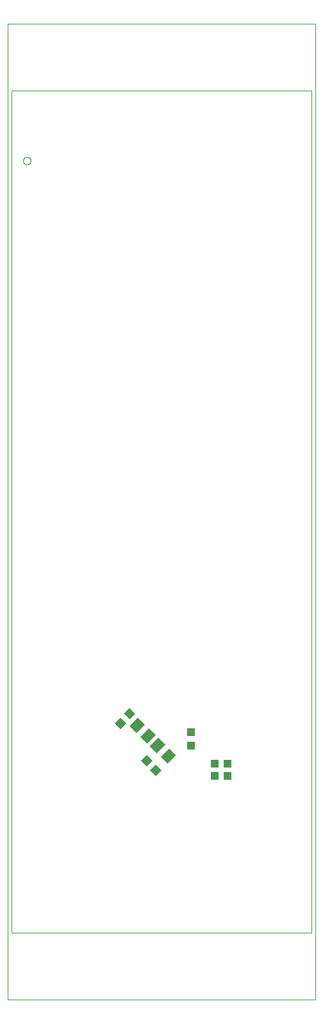
<source format=gtp>
G75*
%MOIN*%
%OFA0B0*%
%FSLAX25Y25*%
%IPPOS*%
%LPD*%
%AMOC8*
5,1,8,0,0,1.08239X$1,22.5*
%
%ADD10C,0.00000*%
%ADD11R,0.04252X0.04134*%
%ADD12R,0.05118X0.06299*%
%ADD13R,0.04134X0.04252*%
%ADD14R,0.03937X0.04331*%
D10*
X0006236Y0001000D02*
X0006236Y0506906D01*
X0166236Y0506906D01*
X0166236Y0001000D01*
X0006236Y0001000D01*
X0008204Y0035646D02*
X0008204Y0472260D01*
X0164267Y0472260D01*
X0164267Y0035646D01*
X0008204Y0035646D01*
X0014267Y0436000D02*
X0014269Y0436088D01*
X0014275Y0436176D01*
X0014285Y0436264D01*
X0014299Y0436352D01*
X0014316Y0436438D01*
X0014338Y0436524D01*
X0014363Y0436608D01*
X0014393Y0436692D01*
X0014425Y0436774D01*
X0014462Y0436854D01*
X0014502Y0436933D01*
X0014546Y0437010D01*
X0014593Y0437085D01*
X0014643Y0437157D01*
X0014697Y0437228D01*
X0014753Y0437295D01*
X0014813Y0437361D01*
X0014875Y0437423D01*
X0014941Y0437483D01*
X0015008Y0437539D01*
X0015079Y0437593D01*
X0015151Y0437643D01*
X0015226Y0437690D01*
X0015303Y0437734D01*
X0015382Y0437774D01*
X0015462Y0437811D01*
X0015544Y0437843D01*
X0015628Y0437873D01*
X0015712Y0437898D01*
X0015798Y0437920D01*
X0015884Y0437937D01*
X0015972Y0437951D01*
X0016060Y0437961D01*
X0016148Y0437967D01*
X0016236Y0437969D01*
X0016324Y0437967D01*
X0016412Y0437961D01*
X0016500Y0437951D01*
X0016588Y0437937D01*
X0016674Y0437920D01*
X0016760Y0437898D01*
X0016844Y0437873D01*
X0016928Y0437843D01*
X0017010Y0437811D01*
X0017090Y0437774D01*
X0017169Y0437734D01*
X0017246Y0437690D01*
X0017321Y0437643D01*
X0017393Y0437593D01*
X0017464Y0437539D01*
X0017531Y0437483D01*
X0017597Y0437423D01*
X0017659Y0437361D01*
X0017719Y0437295D01*
X0017775Y0437228D01*
X0017829Y0437157D01*
X0017879Y0437085D01*
X0017926Y0437010D01*
X0017970Y0436933D01*
X0018010Y0436854D01*
X0018047Y0436774D01*
X0018079Y0436692D01*
X0018109Y0436608D01*
X0018134Y0436524D01*
X0018156Y0436438D01*
X0018173Y0436352D01*
X0018187Y0436264D01*
X0018197Y0436176D01*
X0018203Y0436088D01*
X0018205Y0436000D01*
X0018203Y0435912D01*
X0018197Y0435824D01*
X0018187Y0435736D01*
X0018173Y0435648D01*
X0018156Y0435562D01*
X0018134Y0435476D01*
X0018109Y0435392D01*
X0018079Y0435308D01*
X0018047Y0435226D01*
X0018010Y0435146D01*
X0017970Y0435067D01*
X0017926Y0434990D01*
X0017879Y0434915D01*
X0017829Y0434843D01*
X0017775Y0434772D01*
X0017719Y0434705D01*
X0017659Y0434639D01*
X0017597Y0434577D01*
X0017531Y0434517D01*
X0017464Y0434461D01*
X0017393Y0434407D01*
X0017321Y0434357D01*
X0017246Y0434310D01*
X0017169Y0434266D01*
X0017090Y0434226D01*
X0017010Y0434189D01*
X0016928Y0434157D01*
X0016844Y0434127D01*
X0016760Y0434102D01*
X0016674Y0434080D01*
X0016588Y0434063D01*
X0016500Y0434049D01*
X0016412Y0434039D01*
X0016324Y0434033D01*
X0016236Y0434031D01*
X0016148Y0434033D01*
X0016060Y0434039D01*
X0015972Y0434049D01*
X0015884Y0434063D01*
X0015798Y0434080D01*
X0015712Y0434102D01*
X0015628Y0434127D01*
X0015544Y0434157D01*
X0015462Y0434189D01*
X0015382Y0434226D01*
X0015303Y0434266D01*
X0015226Y0434310D01*
X0015151Y0434357D01*
X0015079Y0434407D01*
X0015008Y0434461D01*
X0014941Y0434517D01*
X0014875Y0434577D01*
X0014813Y0434639D01*
X0014753Y0434705D01*
X0014697Y0434772D01*
X0014643Y0434843D01*
X0014593Y0434915D01*
X0014546Y0434990D01*
X0014502Y0435067D01*
X0014462Y0435146D01*
X0014425Y0435226D01*
X0014393Y0435308D01*
X0014363Y0435392D01*
X0014338Y0435476D01*
X0014316Y0435562D01*
X0014299Y0435648D01*
X0014285Y0435736D01*
X0014275Y0435824D01*
X0014269Y0435912D01*
X0014267Y0436000D01*
D11*
X0101716Y0139536D03*
X0101716Y0132647D03*
D12*
G36*
X0090191Y0131315D02*
X0093810Y0127696D01*
X0089357Y0123243D01*
X0085738Y0126862D01*
X0090191Y0131315D01*
G37*
G36*
X0084623Y0136882D02*
X0088242Y0133263D01*
X0083789Y0128810D01*
X0080170Y0132429D01*
X0084623Y0136882D01*
G37*
G36*
X0078694Y0133776D02*
X0075075Y0137395D01*
X0079528Y0141848D01*
X0083147Y0138229D01*
X0078694Y0133776D01*
G37*
G36*
X0073126Y0139344D02*
X0069507Y0142963D01*
X0073960Y0147416D01*
X0077579Y0143797D01*
X0073126Y0139344D01*
G37*
D13*
G36*
X0072703Y0149203D02*
X0069780Y0146280D01*
X0066775Y0149285D01*
X0069698Y0152208D01*
X0072703Y0149203D01*
G37*
G36*
X0067831Y0144331D02*
X0064908Y0141408D01*
X0061903Y0144413D01*
X0064826Y0147336D01*
X0067831Y0144331D01*
G37*
G36*
X0078528Y0127962D02*
X0081451Y0125039D01*
X0078446Y0122034D01*
X0075523Y0124957D01*
X0078528Y0127962D01*
G37*
G36*
X0083400Y0123091D02*
X0086323Y0120168D01*
X0083318Y0117163D01*
X0080395Y0120086D01*
X0083400Y0123091D01*
G37*
D14*
X0113827Y0123500D03*
X0113827Y0116937D03*
X0120520Y0116937D03*
X0120520Y0123500D03*
M02*

</source>
